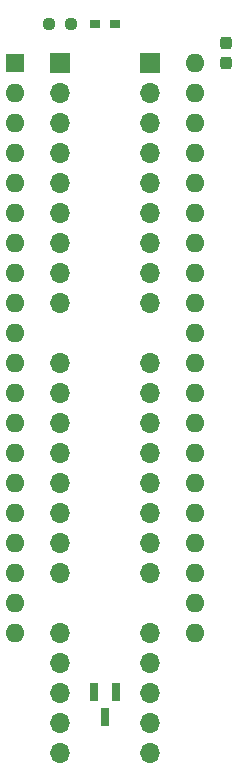
<source format=gbr>
G04 #@! TF.GenerationSoftware,KiCad,Pcbnew,9.0.6-9.0.6~ubuntu25.10.1*
G04 #@! TF.CreationDate,2025-12-24T13:55:13+09:00*
G04 #@! TF.ProjectId,bionic-dct11,62696f6e-6963-42d6-9463-7431312e6b69,1*
G04 #@! TF.SameCoordinates,Original*
G04 #@! TF.FileFunction,Soldermask,Top*
G04 #@! TF.FilePolarity,Negative*
%FSLAX46Y46*%
G04 Gerber Fmt 4.6, Leading zero omitted, Abs format (unit mm)*
G04 Created by KiCad (PCBNEW 9.0.6-9.0.6~ubuntu25.10.1) date 2025-12-24 13:55:13*
%MOMM*%
%LPD*%
G01*
G04 APERTURE LIST*
G04 Aperture macros list*
%AMRoundRect*
0 Rectangle with rounded corners*
0 $1 Rounding radius*
0 $2 $3 $4 $5 $6 $7 $8 $9 X,Y pos of 4 corners*
0 Add a 4 corners polygon primitive as box body*
4,1,4,$2,$3,$4,$5,$6,$7,$8,$9,$2,$3,0*
0 Add four circle primitives for the rounded corners*
1,1,$1+$1,$2,$3*
1,1,$1+$1,$4,$5*
1,1,$1+$1,$6,$7*
1,1,$1+$1,$8,$9*
0 Add four rect primitives between the rounded corners*
20,1,$1+$1,$2,$3,$4,$5,0*
20,1,$1+$1,$4,$5,$6,$7,0*
20,1,$1+$1,$6,$7,$8,$9,0*
20,1,$1+$1,$8,$9,$2,$3,0*%
G04 Aperture macros list end*
%ADD10R,1.600000X1.600000*%
%ADD11O,1.600000X1.600000*%
%ADD12RoundRect,0.237500X0.237500X-0.300000X0.237500X0.300000X-0.237500X0.300000X-0.237500X-0.300000X0*%
%ADD13RoundRect,0.237500X0.250000X0.237500X-0.250000X0.237500X-0.250000X-0.237500X0.250000X-0.237500X0*%
%ADD14R,0.660400X1.625600*%
%ADD15R,0.965200X0.762000*%
%ADD16R,1.700000X1.700000*%
%ADD17O,1.700000X1.700000*%
G04 APERTURE END LIST*
D10*
X106080000Y-75080000D03*
D11*
X106080000Y-77620000D03*
X106080000Y-80160000D03*
X106080000Y-82700000D03*
X106080000Y-85240000D03*
X106080000Y-87780000D03*
X106080000Y-90320000D03*
X106080000Y-92860000D03*
X106080000Y-95400000D03*
X106080000Y-97940000D03*
X106080000Y-100480000D03*
X106080000Y-103020000D03*
X106080000Y-105560000D03*
X106080000Y-108100000D03*
X106080000Y-110640000D03*
X106080000Y-113180000D03*
X106080000Y-115720000D03*
X106080000Y-118260000D03*
X106080000Y-120800000D03*
X106080000Y-123340000D03*
X121320000Y-123340000D03*
X121320000Y-120800000D03*
X121320000Y-118260000D03*
X121320000Y-115720000D03*
X121320000Y-113180000D03*
X121320000Y-110640000D03*
X121320000Y-108100000D03*
X121320000Y-105560000D03*
X121320000Y-103020000D03*
X121320000Y-100480000D03*
X121320000Y-97940000D03*
X121320000Y-95400000D03*
X121320000Y-92860000D03*
X121320000Y-90320000D03*
X121320000Y-87780000D03*
X121320000Y-85240000D03*
X121320000Y-82700000D03*
X121320000Y-80160000D03*
X121320000Y-77620000D03*
X121320000Y-75080000D03*
D12*
X123910800Y-75080000D03*
X123910800Y-73355000D03*
D13*
X110802500Y-71778000D03*
X108977500Y-71778000D03*
D14*
X114650001Y-128320000D03*
X112749999Y-128320000D03*
X113700000Y-130452000D03*
D15*
X112823700Y-71778000D03*
X114576300Y-71778000D03*
D16*
X109890000Y-75080000D03*
D17*
X109890000Y-77620000D03*
X109890000Y-80160000D03*
X109890000Y-82700000D03*
X109890000Y-85240000D03*
X109890000Y-87780000D03*
X109890000Y-90320000D03*
X109890000Y-92860000D03*
X109890000Y-95400000D03*
X109890000Y-100480000D03*
X109890000Y-103020000D03*
X109890000Y-105560000D03*
X109890000Y-108100000D03*
X109890000Y-110640000D03*
X109890000Y-113180000D03*
X109890000Y-115720000D03*
X109890000Y-118260000D03*
X109890000Y-123340000D03*
X109890000Y-125880000D03*
X109890000Y-128420000D03*
X109890000Y-130960000D03*
X109890000Y-133500000D03*
X117510000Y-133500000D03*
X117510000Y-130960000D03*
X117510000Y-128420000D03*
X117510000Y-125880000D03*
X117510000Y-123340000D03*
X117510000Y-118260000D03*
X117510000Y-115720000D03*
X117510000Y-113180000D03*
X117510000Y-110640000D03*
X117510000Y-108100000D03*
X117510000Y-105560000D03*
X117510000Y-103020000D03*
X117510000Y-100480000D03*
X117510000Y-95400000D03*
X117510000Y-92860000D03*
X117510000Y-90320000D03*
X117510000Y-87780000D03*
X117510000Y-85240000D03*
X117510000Y-82700000D03*
X117510000Y-80160000D03*
X117510000Y-77620000D03*
D16*
X117510000Y-75080000D03*
M02*

</source>
